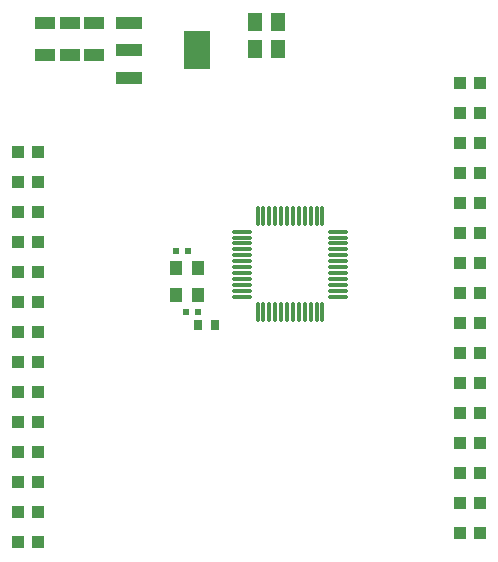
<source format=gtp>
G04*
G04 #@! TF.GenerationSoftware,Altium Limited,Altium Designer,23.9.2 (47)*
G04*
G04 Layer_Color=8421504*
%FSLAX44Y44*%
%MOMM*%
G71*
G04*
G04 #@! TF.SameCoordinates,60F5B71E-2B93-43DD-B637-9BD39DAD1F72*
G04*
G04*
G04 #@! TF.FilePolarity,Positive*
G04*
G01*
G75*
%ADD17R,1.3000X1.6000*%
%ADD18R,2.2000X3.3000*%
%ADD19R,2.2000X1.0000*%
%ADD20R,1.7000X1.1000*%
%ADD21O,1.8000X0.3000*%
%ADD22O,0.3000X1.8000*%
%ADD23R,1.1000X1.3000*%
%ADD24R,0.7000X0.9000*%
%ADD25R,0.6000X0.5000*%
%ADD26R,1.0000X1.1000*%
D17*
X273500Y595000D02*
D03*
X254500D02*
D03*
Y571988D02*
D03*
X273500D02*
D03*
D18*
X205500Y571250D02*
D03*
D19*
X147500Y548250D02*
D03*
Y571250D02*
D03*
Y594250D02*
D03*
D20*
X118104Y567410D02*
D03*
Y594410D02*
D03*
X97530D02*
D03*
Y567410D02*
D03*
X76956Y594410D02*
D03*
Y567410D02*
D03*
D21*
X243500Y417750D02*
D03*
Y412750D02*
D03*
Y407750D02*
D03*
Y402750D02*
D03*
Y397750D02*
D03*
Y392750D02*
D03*
Y387750D02*
D03*
Y382750D02*
D03*
Y377750D02*
D03*
Y372750D02*
D03*
Y367750D02*
D03*
Y362750D02*
D03*
X324500D02*
D03*
Y367750D02*
D03*
Y372750D02*
D03*
Y377750D02*
D03*
Y382750D02*
D03*
Y387750D02*
D03*
Y392750D02*
D03*
Y397750D02*
D03*
Y402750D02*
D03*
Y407750D02*
D03*
Y412750D02*
D03*
Y417750D02*
D03*
D22*
X256500Y349750D02*
D03*
X261500D02*
D03*
X266500D02*
D03*
X271500D02*
D03*
X276500D02*
D03*
X281500D02*
D03*
X286500D02*
D03*
X291500D02*
D03*
X296500D02*
D03*
X301500D02*
D03*
X306500D02*
D03*
X311500D02*
D03*
Y430750D02*
D03*
X306500D02*
D03*
X301500D02*
D03*
X296500D02*
D03*
X291500D02*
D03*
X286500D02*
D03*
X281500D02*
D03*
X276500D02*
D03*
X271500D02*
D03*
X266500D02*
D03*
X261500D02*
D03*
X256500D02*
D03*
D23*
X205750Y363750D02*
D03*
Y386750D02*
D03*
X187750D02*
D03*
Y363750D02*
D03*
D24*
X205750Y339000D02*
D03*
X220750D02*
D03*
D25*
X187750Y401750D02*
D03*
X197750D02*
D03*
X205750Y349500D02*
D03*
X195750D02*
D03*
D26*
X445000Y162900D02*
D03*
X428000D02*
D03*
X445000Y188300D02*
D03*
X428000D02*
D03*
X445000Y213700D02*
D03*
X428000D02*
D03*
X445000Y239100D02*
D03*
X428000D02*
D03*
X445000Y264500D02*
D03*
X428000D02*
D03*
X445000Y289900D02*
D03*
X428000D02*
D03*
X445000Y315300D02*
D03*
X428000D02*
D03*
X445000Y340700D02*
D03*
X428000D02*
D03*
X445000Y366100D02*
D03*
X428000D02*
D03*
X445000Y391500D02*
D03*
X428000D02*
D03*
X445000Y416900D02*
D03*
X428000D02*
D03*
X445000Y442300D02*
D03*
X428000D02*
D03*
X445000Y467700D02*
D03*
X428000D02*
D03*
X445000Y493100D02*
D03*
X428000D02*
D03*
X445000Y518500D02*
D03*
X428000D02*
D03*
X445000Y543900D02*
D03*
X428000D02*
D03*
X53500Y383500D02*
D03*
X70500D02*
D03*
X53500Y434300D02*
D03*
X70500D02*
D03*
X53500Y408900D02*
D03*
X70500D02*
D03*
X53500Y256500D02*
D03*
X70500D02*
D03*
X53500Y281900D02*
D03*
X70500D02*
D03*
X53500Y307300D02*
D03*
X70500D02*
D03*
X53500Y332700D02*
D03*
X70500D02*
D03*
X53500Y358100D02*
D03*
X70500D02*
D03*
X53500Y459700D02*
D03*
X70500D02*
D03*
X53500Y485100D02*
D03*
X70500D02*
D03*
Y154900D02*
D03*
X53500D02*
D03*
X70500Y180300D02*
D03*
X53500D02*
D03*
Y205700D02*
D03*
X70500D02*
D03*
X53500Y231100D02*
D03*
X70500D02*
D03*
M02*

</source>
